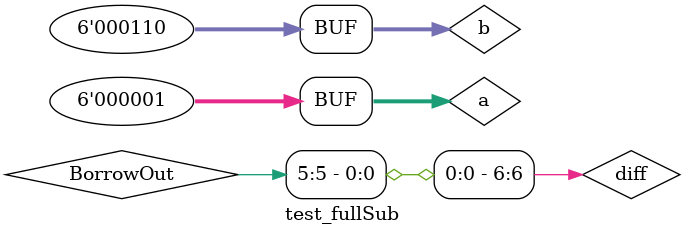
<source format=v>
module halfSub (output BorrowOut, output diff, input a, input b);
// descrever por portas
wire x;
xor XOR1 ( diff, a, b );
not NOT1(x, a);
and AND1 ( BorrowOut, x, b );
endmodule // halfSub
// -------------------------
// full Sub
// -------------------------
module fullSub1bit ( output BorrowOut, output diff, input a, input b, input BorrowIn );
// descrever por portas e/ou modulos
wire s1;
wire c1;
wire c2;

halfSub HA1(c1, s1, a, b);
halfSub HA2(c2, diff, s1, BorrowIn);

or OR1(BorrowOut, c1, c2);


// xor XOR1 (j, a, b);
// xor XOR2 (diff, BorrowIn, j);

// wire notA;
// not NOT1(notA, a);
// and AND1(x, notA, b);
// and AND2(y, notA, BorrowIn);
// and AND3(z, b, BorrowIn);

// or OR1(BorrowOut, x, y, z);

endmodule // fullSub

module test_fullSub;
// ------------------------- definir dados
 reg [5:0] b = 1;
 reg [5:0] a = 2;
 wire [5:0] BorrowOut;
 wire [6:0] diff;

 fullSub1bit FA0 ( BorrowOut[0], diff[0], a[0], b[0], 1'b0);
 fullSub1bit FA1 ( BorrowOut[1], diff[1], a[1], b[1], BorrowOut[0]);
 fullSub1bit FA2 ( BorrowOut[2], diff[2], a[2], b[2], BorrowOut[1]);
 fullSub1bit FA3 ( BorrowOut[3], diff[3], a[3], b[3], BorrowOut[2]);
 fullSub1bit FA4 ( BorrowOut[4], diff[4], a[4], b[4], BorrowOut[3]);
 fullSub1bit FA5 ( BorrowOut[5], diff[5], a[5], b[5], BorrowOut[4]);

 or OR1(diff[6], BorrowOut[5]);

// ------------------------- parte principal
initial begin: main
 $display("Exemplo0802 - Laura Iara Silva Santos Xavier - 734661");
 $display("Test ALU’s full subtractor");
 $display("   a        b     diferenca ");
 

$monitor("%6b - %6b = %6b", a, b, diff);

#1 a = 22; b = 1;
#1 a = 21; b = 2;
#1 a = 20; b = 3;
#1 a = 19; b = 4;
#1 a = 18; b = 5;
#1 a = 17; b = 6;
#1 a = 16; b = 7;
#1 a = 15; b = 8;
#1 a = 14; b = 1;
#1 a = 13; b = 2;
#1 a = 12; b = 3;
#1 a = 11; b = 4;
#1 a = 10; b = 5; 
#1 a = 9; b = 6;
#1 a = 8; b = 7;
#1 a = 7; b = 8; 
#1 a = 6; b = 1;
#1 a = 5; b = 2;
#1 a = 4; b = 3;
#1 a = 3; b = 4;
#1 a = 2; b = 5;
#1 a = 1; b = 6;

end
endmodule // test_fullSub


</source>
